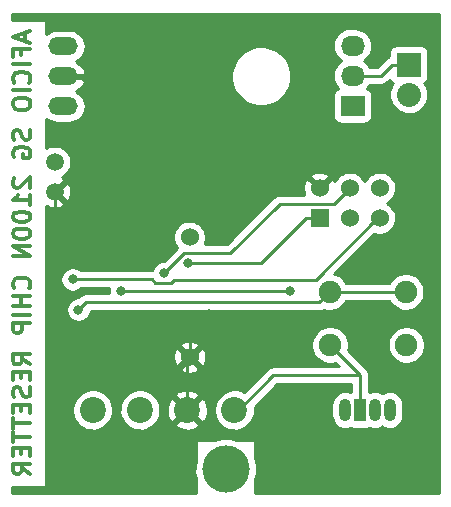
<source format=gbr>
G04 #@! TF.GenerationSoftware,KiCad,Pcbnew,(2017-09-19 revision dddaa7e69)-makepkg*
G04 #@! TF.CreationDate,2017-11-10T02:15:54+01:00*
G04 #@! TF.ProjectId,RICOH_AFICIO_SG_2100N_GEL_CHIP_RESETTER,5249434F485F41464943494F5F53475F,1*
G04 #@! TF.SameCoordinates,Original*
G04 #@! TF.FileFunction,Copper,L2,Bot,Signal*
G04 #@! TF.FilePolarity,Positive*
%FSLAX46Y46*%
G04 Gerber Fmt 4.6, Leading zero omitted, Abs format (unit mm)*
G04 Created by KiCad (PCBNEW (2017-09-19 revision dddaa7e69)-makepkg) date 11/10/17 02:15:54*
%MOMM*%
%LPD*%
G01*
G04 APERTURE LIST*
%ADD10C,0.300000*%
%ADD11C,1.905000*%
%ADD12C,1.501140*%
%ADD13R,1.524000X1.524000*%
%ADD14C,1.524000*%
%ADD15R,2.032000X2.032000*%
%ADD16O,2.032000X2.032000*%
%ADD17R,2.032000X1.727200*%
%ADD18O,2.032000X1.727200*%
%ADD19C,4.000000*%
%ADD20C,2.200000*%
%ADD21O,1.000000X1.900000*%
%ADD22R,1.000000X1.900000*%
%ADD23O,2.499360X1.501140*%
%ADD24C,0.800000*%
%ADD25C,0.254000*%
%ADD26C,0.250000*%
%ADD27C,0.256000*%
G04 APERTURE END LIST*
D10*
X135300000Y-85821428D02*
X135300000Y-86535714D01*
X135728571Y-85678571D02*
X134228571Y-86178571D01*
X135728571Y-86678571D01*
X134942857Y-87678571D02*
X134942857Y-87178571D01*
X135728571Y-87178571D02*
X134228571Y-87178571D01*
X134228571Y-87892857D01*
X135728571Y-88464285D02*
X134228571Y-88464285D01*
X135585714Y-90035714D02*
X135657142Y-89964285D01*
X135728571Y-89750000D01*
X135728571Y-89607142D01*
X135657142Y-89392857D01*
X135514285Y-89250000D01*
X135371428Y-89178571D01*
X135085714Y-89107142D01*
X134871428Y-89107142D01*
X134585714Y-89178571D01*
X134442857Y-89250000D01*
X134300000Y-89392857D01*
X134228571Y-89607142D01*
X134228571Y-89750000D01*
X134300000Y-89964285D01*
X134371428Y-90035714D01*
X135728571Y-90678571D02*
X134228571Y-90678571D01*
X134228571Y-91678571D02*
X134228571Y-91964285D01*
X134300000Y-92107142D01*
X134442857Y-92250000D01*
X134728571Y-92321428D01*
X135228571Y-92321428D01*
X135514285Y-92250000D01*
X135657142Y-92107142D01*
X135728571Y-91964285D01*
X135728571Y-91678571D01*
X135657142Y-91535714D01*
X135514285Y-91392857D01*
X135228571Y-91321428D01*
X134728571Y-91321428D01*
X134442857Y-91392857D01*
X134300000Y-91535714D01*
X134228571Y-91678571D01*
X135657142Y-94035714D02*
X135728571Y-94250000D01*
X135728571Y-94607142D01*
X135657142Y-94750000D01*
X135585714Y-94821428D01*
X135442857Y-94892857D01*
X135300000Y-94892857D01*
X135157142Y-94821428D01*
X135085714Y-94750000D01*
X135014285Y-94607142D01*
X134942857Y-94321428D01*
X134871428Y-94178571D01*
X134800000Y-94107142D01*
X134657142Y-94035714D01*
X134514285Y-94035714D01*
X134371428Y-94107142D01*
X134300000Y-94178571D01*
X134228571Y-94321428D01*
X134228571Y-94678571D01*
X134300000Y-94892857D01*
X134300000Y-96321428D02*
X134228571Y-96178571D01*
X134228571Y-95964285D01*
X134300000Y-95750000D01*
X134442857Y-95607142D01*
X134585714Y-95535714D01*
X134871428Y-95464285D01*
X135085714Y-95464285D01*
X135371428Y-95535714D01*
X135514285Y-95607142D01*
X135657142Y-95750000D01*
X135728571Y-95964285D01*
X135728571Y-96107142D01*
X135657142Y-96321428D01*
X135585714Y-96392857D01*
X135085714Y-96392857D01*
X135085714Y-96107142D01*
X134371428Y-98107142D02*
X134300000Y-98178571D01*
X134228571Y-98321428D01*
X134228571Y-98678571D01*
X134300000Y-98821428D01*
X134371428Y-98892857D01*
X134514285Y-98964285D01*
X134657142Y-98964285D01*
X134871428Y-98892857D01*
X135728571Y-98035714D01*
X135728571Y-98964285D01*
X135728571Y-100392857D02*
X135728571Y-99535714D01*
X135728571Y-99964285D02*
X134228571Y-99964285D01*
X134442857Y-99821428D01*
X134585714Y-99678571D01*
X134657142Y-99535714D01*
X134228571Y-101321428D02*
X134228571Y-101464285D01*
X134300000Y-101607142D01*
X134371428Y-101678571D01*
X134514285Y-101750000D01*
X134800000Y-101821428D01*
X135157142Y-101821428D01*
X135442857Y-101750000D01*
X135585714Y-101678571D01*
X135657142Y-101607142D01*
X135728571Y-101464285D01*
X135728571Y-101321428D01*
X135657142Y-101178571D01*
X135585714Y-101107142D01*
X135442857Y-101035714D01*
X135157142Y-100964285D01*
X134800000Y-100964285D01*
X134514285Y-101035714D01*
X134371428Y-101107142D01*
X134300000Y-101178571D01*
X134228571Y-101321428D01*
X134228571Y-102750000D02*
X134228571Y-102892857D01*
X134300000Y-103035714D01*
X134371428Y-103107142D01*
X134514285Y-103178571D01*
X134800000Y-103250000D01*
X135157142Y-103250000D01*
X135442857Y-103178571D01*
X135585714Y-103107142D01*
X135657142Y-103035714D01*
X135728571Y-102892857D01*
X135728571Y-102750000D01*
X135657142Y-102607142D01*
X135585714Y-102535714D01*
X135442857Y-102464285D01*
X135157142Y-102392857D01*
X134800000Y-102392857D01*
X134514285Y-102464285D01*
X134371428Y-102535714D01*
X134300000Y-102607142D01*
X134228571Y-102750000D01*
X135728571Y-103892857D02*
X134228571Y-103892857D01*
X135728571Y-104750000D01*
X134228571Y-104750000D01*
X135585714Y-107464285D02*
X135657142Y-107392857D01*
X135728571Y-107178571D01*
X135728571Y-107035714D01*
X135657142Y-106821428D01*
X135514285Y-106678571D01*
X135371428Y-106607142D01*
X135085714Y-106535714D01*
X134871428Y-106535714D01*
X134585714Y-106607142D01*
X134442857Y-106678571D01*
X134300000Y-106821428D01*
X134228571Y-107035714D01*
X134228571Y-107178571D01*
X134300000Y-107392857D01*
X134371428Y-107464285D01*
X135728571Y-108107142D02*
X134228571Y-108107142D01*
X134942857Y-108107142D02*
X134942857Y-108964285D01*
X135728571Y-108964285D02*
X134228571Y-108964285D01*
X135728571Y-109678571D02*
X134228571Y-109678571D01*
X135728571Y-110392857D02*
X134228571Y-110392857D01*
X134228571Y-110964285D01*
X134300000Y-111107142D01*
X134371428Y-111178571D01*
X134514285Y-111250000D01*
X134728571Y-111250000D01*
X134871428Y-111178571D01*
X134942857Y-111107142D01*
X135014285Y-110964285D01*
X135014285Y-110392857D01*
X135728571Y-113892857D02*
X135014285Y-113392857D01*
X135728571Y-113035714D02*
X134228571Y-113035714D01*
X134228571Y-113607142D01*
X134300000Y-113750000D01*
X134371428Y-113821428D01*
X134514285Y-113892857D01*
X134728571Y-113892857D01*
X134871428Y-113821428D01*
X134942857Y-113750000D01*
X135014285Y-113607142D01*
X135014285Y-113035714D01*
X134942857Y-114535714D02*
X134942857Y-115035714D01*
X135728571Y-115250000D02*
X135728571Y-114535714D01*
X134228571Y-114535714D01*
X134228571Y-115250000D01*
X135657142Y-115821428D02*
X135728571Y-116035714D01*
X135728571Y-116392857D01*
X135657142Y-116535714D01*
X135585714Y-116607142D01*
X135442857Y-116678571D01*
X135300000Y-116678571D01*
X135157142Y-116607142D01*
X135085714Y-116535714D01*
X135014285Y-116392857D01*
X134942857Y-116107142D01*
X134871428Y-115964285D01*
X134800000Y-115892857D01*
X134657142Y-115821428D01*
X134514285Y-115821428D01*
X134371428Y-115892857D01*
X134300000Y-115964285D01*
X134228571Y-116107142D01*
X134228571Y-116464285D01*
X134300000Y-116678571D01*
X134942857Y-117321428D02*
X134942857Y-117821428D01*
X135728571Y-118035714D02*
X135728571Y-117321428D01*
X134228571Y-117321428D01*
X134228571Y-118035714D01*
X134228571Y-118464285D02*
X134228571Y-119321428D01*
X135728571Y-118892857D02*
X134228571Y-118892857D01*
X134228571Y-119607142D02*
X134228571Y-120464285D01*
X135728571Y-120035714D02*
X134228571Y-120035714D01*
X134942857Y-120964285D02*
X134942857Y-121464285D01*
X135728571Y-121678571D02*
X135728571Y-120964285D01*
X134228571Y-120964285D01*
X134228571Y-121678571D01*
X135728571Y-123178571D02*
X135014285Y-122678571D01*
X135728571Y-122321428D02*
X134228571Y-122321428D01*
X134228571Y-122892857D01*
X134300000Y-123035714D01*
X134371428Y-123107142D01*
X134514285Y-123178571D01*
X134728571Y-123178571D01*
X134871428Y-123107142D01*
X134942857Y-123035714D01*
X135014285Y-122892857D01*
X135014285Y-122321428D01*
D11*
X167498660Y-107752100D03*
X161052140Y-107752100D03*
X167549460Y-112247900D03*
X161100400Y-112247900D03*
D12*
X137800000Y-96760000D03*
X137800000Y-99300000D03*
D13*
X160210000Y-101520000D03*
D14*
X160210000Y-98980000D03*
X162750000Y-101520000D03*
X162750000Y-98980000D03*
X165290000Y-101520000D03*
X165290000Y-98980000D03*
X149200000Y-113280000D03*
X149200000Y-103120000D03*
D15*
X167750000Y-88500000D03*
D16*
X167750000Y-91040000D03*
D17*
X163000000Y-92000000D03*
D18*
X163000000Y-89460000D03*
X163000000Y-86920000D03*
D19*
X152250000Y-122750000D03*
D20*
X141000000Y-117750000D03*
X145000000Y-117750000D03*
X149000000Y-117750000D03*
X153000000Y-117750000D03*
D21*
X162350000Y-117750000D03*
D22*
X163620000Y-117750000D03*
D21*
X164890000Y-117750000D03*
X166160000Y-117750000D03*
D23*
X138500000Y-89500000D03*
X138500000Y-86960000D03*
X138500000Y-92040000D03*
D24*
X139781900Y-109253700D03*
X150845800Y-109584500D03*
X149106300Y-105318700D03*
X147052900Y-106148900D03*
X139300000Y-106700000D03*
X143400000Y-107700000D03*
X157700000Y-107700000D03*
D25*
X160184700Y-108619500D02*
X161052100Y-107752100D01*
X160184700Y-108619500D02*
X140416100Y-108619500D01*
X140416100Y-108619500D02*
X139781900Y-109253700D01*
X167498700Y-107752100D02*
X161052100Y-107752100D01*
X153000000Y-117750000D02*
X153350000Y-117750000D01*
X153350000Y-117750000D02*
X156300000Y-114800000D01*
X156300000Y-114800000D02*
X163620000Y-114800000D01*
X163620000Y-117750000D02*
X163620000Y-114800000D01*
X163620000Y-114800000D02*
X163620000Y-114767500D01*
X163620000Y-114767500D02*
X161100400Y-112247900D01*
D26*
X138500000Y-89500000D02*
X139900000Y-89500000D01*
X139900000Y-89500000D02*
X140600000Y-90200000D01*
X140600000Y-90200000D02*
X140600000Y-96500000D01*
X140600000Y-96500000D02*
X138550569Y-98549431D01*
X138550569Y-98549431D02*
X137800000Y-99300000D01*
D25*
X139200000Y-110300000D02*
X137800000Y-108900000D01*
X137800000Y-99300000D02*
X137800000Y-108900000D01*
X139200000Y-110300000D02*
X149200000Y-110300000D01*
X138500000Y-89500000D02*
X138424500Y-89500000D01*
X149915500Y-109584500D02*
X149200000Y-110300000D01*
X150845800Y-109584500D02*
X149915500Y-109584500D01*
X149200000Y-110300000D02*
X149200000Y-110300000D01*
X149000000Y-113480000D02*
X149200000Y-113280000D01*
X149000000Y-117750000D02*
X149000000Y-113480000D01*
X149200000Y-110300000D02*
X149200000Y-113280000D01*
X160210000Y-101520000D02*
X159066700Y-101520000D01*
X155268000Y-105318700D02*
X149106300Y-105318700D01*
X159066700Y-101520000D02*
X155268000Y-105318700D01*
X148740100Y-104461700D02*
X147052900Y-106148900D01*
X152651100Y-104461700D02*
X148740100Y-104461700D01*
X156836200Y-100276600D02*
X152651100Y-104461700D01*
X161453400Y-100276600D02*
X156836200Y-100276600D01*
X162750000Y-98980000D02*
X161453400Y-100276600D01*
X165290000Y-101520000D02*
X165080000Y-101520000D01*
X165080000Y-101520000D02*
X159879500Y-106720500D01*
X159879500Y-106720500D02*
X147879500Y-106720500D01*
X147879500Y-106720500D02*
X147597200Y-107002800D01*
X147597200Y-107002800D02*
X146306400Y-107002800D01*
X146306400Y-107002800D02*
X146003600Y-106700000D01*
X146003600Y-106700000D02*
X139865685Y-106700000D01*
X139865685Y-106700000D02*
X139300000Y-106700000D01*
X157700000Y-107700000D02*
X143400000Y-107700000D01*
X165392700Y-89460000D02*
X166352700Y-88500000D01*
X163000000Y-89460000D02*
X165392700Y-89460000D01*
X167750000Y-88500000D02*
X166352700Y-88500000D01*
D27*
G36*
X170314000Y-124814000D02*
X154728000Y-124814000D01*
X154728000Y-123665450D01*
X154763339Y-123586077D01*
X154877868Y-123081977D01*
X154886113Y-122491527D01*
X154785704Y-121984426D01*
X154728000Y-121844426D01*
X154728000Y-120400000D01*
X154718257Y-120351017D01*
X154690510Y-120309490D01*
X154648983Y-120281743D01*
X154600000Y-120272000D01*
X153157668Y-120272000D01*
X153033258Y-120219703D01*
X152526870Y-120115756D01*
X152009937Y-120112147D01*
X151502147Y-120209013D01*
X151346249Y-120272000D01*
X149900000Y-120272000D01*
X149851017Y-120281743D01*
X149809490Y-120309490D01*
X149781743Y-120351017D01*
X149772000Y-120400000D01*
X149772000Y-121839979D01*
X149725232Y-121949097D01*
X149617753Y-122454746D01*
X149610536Y-122971642D01*
X149703854Y-123480096D01*
X149772000Y-123652213D01*
X149772000Y-124814000D01*
X134186000Y-124814000D01*
X134186000Y-124250285D01*
X137081000Y-124250285D01*
X137081000Y-117895968D01*
X139261718Y-117895968D01*
X139323175Y-118230822D01*
X139448502Y-118547362D01*
X139632925Y-118833530D01*
X139869420Y-119078427D01*
X140148978Y-119272725D01*
X140460951Y-119409023D01*
X140793456Y-119482129D01*
X141133829Y-119489259D01*
X141469104Y-119430141D01*
X141786511Y-119307027D01*
X142073960Y-119124606D01*
X142320502Y-118889827D01*
X142516747Y-118611632D01*
X142655219Y-118300618D01*
X142730645Y-117968631D01*
X142731659Y-117895968D01*
X143261718Y-117895968D01*
X143323175Y-118230822D01*
X143448502Y-118547362D01*
X143632925Y-118833530D01*
X143869420Y-119078427D01*
X144148978Y-119272725D01*
X144460951Y-119409023D01*
X144793456Y-119482129D01*
X145133829Y-119489259D01*
X145469104Y-119430141D01*
X145786511Y-119307027D01*
X146073960Y-119124606D01*
X146250387Y-118956596D01*
X147971595Y-118956596D01*
X148079282Y-119231623D01*
X148386023Y-119382777D01*
X148716360Y-119471185D01*
X149057597Y-119493448D01*
X149396620Y-119448712D01*
X149720401Y-119338694D01*
X149920718Y-119231623D01*
X150028405Y-118956596D01*
X149000000Y-117928191D01*
X147971595Y-118956596D01*
X146250387Y-118956596D01*
X146320502Y-118889827D01*
X146516747Y-118611632D01*
X146655219Y-118300618D01*
X146730645Y-117968631D01*
X146732893Y-117807597D01*
X147256552Y-117807597D01*
X147301288Y-118146620D01*
X147411306Y-118470401D01*
X147518377Y-118670718D01*
X147793404Y-118778405D01*
X148821809Y-117750000D01*
X149178191Y-117750000D01*
X150206596Y-118778405D01*
X150481623Y-118670718D01*
X150632777Y-118363977D01*
X150721185Y-118033640D01*
X150730167Y-117895968D01*
X151261718Y-117895968D01*
X151323175Y-118230822D01*
X151448502Y-118547362D01*
X151632925Y-118833530D01*
X151869420Y-119078427D01*
X152148978Y-119272725D01*
X152460951Y-119409023D01*
X152793456Y-119482129D01*
X153133829Y-119489259D01*
X153469104Y-119430141D01*
X153786511Y-119307027D01*
X154073960Y-119124606D01*
X154320502Y-118889827D01*
X154516747Y-118611632D01*
X154655219Y-118300618D01*
X154730645Y-117968631D01*
X154736075Y-117579776D01*
X154713463Y-117465581D01*
X156616044Y-115563000D01*
X162857000Y-115563000D01*
X162857000Y-116219424D01*
X162799547Y-116250133D01*
X162790218Y-116245089D01*
X162578425Y-116179529D01*
X162357931Y-116156354D01*
X162137135Y-116176448D01*
X161924447Y-116239045D01*
X161727968Y-116341762D01*
X161555182Y-116480685D01*
X161412671Y-116650523D01*
X161305862Y-116844808D01*
X161238824Y-117056138D01*
X161214111Y-117276465D01*
X161214000Y-117292326D01*
X161214000Y-118207674D01*
X161235635Y-118428324D01*
X161299716Y-118640570D01*
X161403801Y-118836327D01*
X161543928Y-119008138D01*
X161714757Y-119149461D01*
X161909782Y-119254911D01*
X162121575Y-119320471D01*
X162342069Y-119343646D01*
X162562865Y-119323552D01*
X162775553Y-119260955D01*
X162798171Y-119249131D01*
X162875436Y-119290430D01*
X162995322Y-119326797D01*
X163120000Y-119339077D01*
X164120000Y-119339077D01*
X164244678Y-119326797D01*
X164364564Y-119290430D01*
X164440453Y-119249867D01*
X164449782Y-119254911D01*
X164661575Y-119320471D01*
X164882069Y-119343646D01*
X165102865Y-119323552D01*
X165315553Y-119260955D01*
X165512032Y-119158238D01*
X165523866Y-119148724D01*
X165524757Y-119149461D01*
X165719782Y-119254911D01*
X165931575Y-119320471D01*
X166152069Y-119343646D01*
X166372865Y-119323552D01*
X166585553Y-119260955D01*
X166782032Y-119158238D01*
X166954818Y-119019315D01*
X167097329Y-118849477D01*
X167204138Y-118655192D01*
X167271176Y-118443862D01*
X167295889Y-118223535D01*
X167296000Y-118207674D01*
X167296000Y-117292326D01*
X167274365Y-117071676D01*
X167210284Y-116859430D01*
X167106199Y-116663673D01*
X166966072Y-116491862D01*
X166795243Y-116350539D01*
X166600218Y-116245089D01*
X166388425Y-116179529D01*
X166167931Y-116156354D01*
X165947135Y-116176448D01*
X165734447Y-116239045D01*
X165537968Y-116341762D01*
X165526134Y-116351276D01*
X165525243Y-116350539D01*
X165330218Y-116245089D01*
X165118425Y-116179529D01*
X164897931Y-116156354D01*
X164677135Y-116176448D01*
X164464447Y-116239045D01*
X164441829Y-116250869D01*
X164383000Y-116219424D01*
X164383000Y-114767500D01*
X164376122Y-114697356D01*
X164369980Y-114627145D01*
X164368860Y-114623292D01*
X164368469Y-114619299D01*
X164348085Y-114551783D01*
X164328434Y-114484146D01*
X164326590Y-114480589D01*
X164325429Y-114476743D01*
X164292328Y-114414489D01*
X164259906Y-114351940D01*
X164257402Y-114348803D01*
X164255519Y-114345262D01*
X164211016Y-114290696D01*
X164167003Y-114235562D01*
X164161492Y-114229975D01*
X164161402Y-114229864D01*
X164161299Y-114229779D01*
X164159522Y-114227977D01*
X162627627Y-112696083D01*
X162684000Y-112447955D01*
X162684928Y-112381465D01*
X165958872Y-112381465D01*
X166015108Y-112687868D01*
X166129786Y-112977513D01*
X166298539Y-113239367D01*
X166514940Y-113463457D01*
X166770745Y-113641246D01*
X167056211Y-113765963D01*
X167360465Y-113832858D01*
X167671918Y-113839382D01*
X167978706Y-113785287D01*
X168269144Y-113672633D01*
X168532170Y-113505712D01*
X168757765Y-113290881D01*
X168937336Y-113036323D01*
X169064043Y-112751735D01*
X169133060Y-112447955D01*
X169138028Y-112092140D01*
X169077520Y-111786551D01*
X168958809Y-111498536D01*
X168786416Y-111239064D01*
X168566907Y-111018018D01*
X168308645Y-110843817D01*
X168021465Y-110723098D01*
X167716307Y-110660458D01*
X167404794Y-110658283D01*
X167098791Y-110716656D01*
X166809953Y-110833354D01*
X166549284Y-111003932D01*
X166326711Y-111221891D01*
X166150712Y-111478932D01*
X166027990Y-111765261D01*
X165963222Y-112069975D01*
X165958872Y-112381465D01*
X162684928Y-112381465D01*
X162688968Y-112092140D01*
X162628460Y-111786551D01*
X162509749Y-111498536D01*
X162337356Y-111239064D01*
X162117847Y-111018018D01*
X161859585Y-110843817D01*
X161572405Y-110723098D01*
X161267247Y-110660458D01*
X160955734Y-110658283D01*
X160649731Y-110716656D01*
X160360893Y-110833354D01*
X160100224Y-111003932D01*
X159877651Y-111221891D01*
X159701652Y-111478932D01*
X159578930Y-111765261D01*
X159514162Y-112069975D01*
X159509812Y-112381465D01*
X159566048Y-112687868D01*
X159680726Y-112977513D01*
X159849479Y-113239367D01*
X160065880Y-113463457D01*
X160321685Y-113641246D01*
X160607151Y-113765963D01*
X160911405Y-113832858D01*
X161222858Y-113839382D01*
X161529646Y-113785287D01*
X161550611Y-113777155D01*
X161810456Y-114037000D01*
X156300000Y-114037000D01*
X156229856Y-114043878D01*
X156159645Y-114050020D01*
X156155792Y-114051140D01*
X156151799Y-114051531D01*
X156084316Y-114071905D01*
X156016647Y-114091565D01*
X156013086Y-114093411D01*
X156009243Y-114094571D01*
X155947006Y-114127663D01*
X155884440Y-114160094D01*
X155881303Y-114162598D01*
X155877762Y-114164481D01*
X155823172Y-114209004D01*
X155768063Y-114252997D01*
X155762480Y-114258503D01*
X155762364Y-114258598D01*
X155762275Y-114258706D01*
X155760478Y-114260478D01*
X153812596Y-116208360D01*
X153515833Y-116083612D01*
X153182339Y-116015156D01*
X152841901Y-116012779D01*
X152507484Y-116076573D01*
X152191826Y-116204106D01*
X151906952Y-116390523D01*
X151663712Y-116628721D01*
X151471371Y-116909629D01*
X151337254Y-117222546D01*
X151266471Y-117555554D01*
X151261718Y-117895968D01*
X150730167Y-117895968D01*
X150743448Y-117692403D01*
X150698712Y-117353380D01*
X150588694Y-117029599D01*
X150481623Y-116829282D01*
X150206596Y-116721595D01*
X149178191Y-117750000D01*
X148821809Y-117750000D01*
X147793404Y-116721595D01*
X147518377Y-116829282D01*
X147367223Y-117136023D01*
X147278815Y-117466360D01*
X147256552Y-117807597D01*
X146732893Y-117807597D01*
X146736075Y-117579776D01*
X146669948Y-117245813D01*
X146540214Y-116931054D01*
X146351813Y-116647488D01*
X146248453Y-116543404D01*
X147971595Y-116543404D01*
X149000000Y-117571809D01*
X150028405Y-116543404D01*
X149920718Y-116268377D01*
X149613977Y-116117223D01*
X149283640Y-116028815D01*
X148942403Y-116006552D01*
X148603380Y-116051288D01*
X148279599Y-116161306D01*
X148079282Y-116268377D01*
X147971595Y-116543404D01*
X146248453Y-116543404D01*
X146111922Y-116405917D01*
X145829679Y-116215541D01*
X145515833Y-116083612D01*
X145182339Y-116015156D01*
X144841901Y-116012779D01*
X144507484Y-116076573D01*
X144191826Y-116204106D01*
X143906952Y-116390523D01*
X143663712Y-116628721D01*
X143471371Y-116909629D01*
X143337254Y-117222546D01*
X143266471Y-117555554D01*
X143261718Y-117895968D01*
X142731659Y-117895968D01*
X142736075Y-117579776D01*
X142669948Y-117245813D01*
X142540214Y-116931054D01*
X142351813Y-116647488D01*
X142111922Y-116405917D01*
X141829679Y-116215541D01*
X141515833Y-116083612D01*
X141182339Y-116015156D01*
X140841901Y-116012779D01*
X140507484Y-116076573D01*
X140191826Y-116204106D01*
X139906952Y-116390523D01*
X139663712Y-116628721D01*
X139471371Y-116909629D01*
X139337254Y-117222546D01*
X139266471Y-117555554D01*
X139261718Y-117895968D01*
X137081000Y-117895968D01*
X137081000Y-114245467D01*
X148412724Y-114245467D01*
X148479565Y-114485959D01*
X148728679Y-114603337D01*
X148995905Y-114669859D01*
X149270975Y-114682971D01*
X149543317Y-114642166D01*
X149802466Y-114549015D01*
X149920435Y-114485959D01*
X149987276Y-114245467D01*
X149200000Y-113458191D01*
X148412724Y-114245467D01*
X137081000Y-114245467D01*
X137081000Y-113350975D01*
X147797029Y-113350975D01*
X147837834Y-113623317D01*
X147930985Y-113882466D01*
X147994041Y-114000435D01*
X148234533Y-114067276D01*
X149021809Y-113280000D01*
X149378191Y-113280000D01*
X150165467Y-114067276D01*
X150405959Y-114000435D01*
X150523337Y-113751321D01*
X150589859Y-113484095D01*
X150602971Y-113209025D01*
X150562166Y-112936683D01*
X150469015Y-112677534D01*
X150405959Y-112559565D01*
X150165467Y-112492724D01*
X149378191Y-113280000D01*
X149021809Y-113280000D01*
X148234533Y-112492724D01*
X147994041Y-112559565D01*
X147876663Y-112808679D01*
X147810141Y-113075905D01*
X147797029Y-113350975D01*
X137081000Y-113350975D01*
X137081000Y-112314533D01*
X148412724Y-112314533D01*
X149200000Y-113101809D01*
X149987276Y-112314533D01*
X149920435Y-112074041D01*
X149671321Y-111956663D01*
X149404095Y-111890141D01*
X149129025Y-111877029D01*
X148856683Y-111917834D01*
X148597534Y-112010985D01*
X148479565Y-112074041D01*
X148412724Y-112314533D01*
X137081000Y-112314533D01*
X137081000Y-106787110D01*
X138262638Y-106787110D01*
X138299314Y-106986942D01*
X138374106Y-107175845D01*
X138484165Y-107346623D01*
X138625299Y-107492771D01*
X138792132Y-107608723D01*
X138978309Y-107690062D01*
X139176740Y-107733690D01*
X139379866Y-107737945D01*
X139579949Y-107702665D01*
X139769369Y-107629193D01*
X139940912Y-107520329D01*
X140001113Y-107463000D01*
X142391185Y-107463000D01*
X142365475Y-107583959D01*
X142362638Y-107787110D01*
X142375373Y-107856500D01*
X140416100Y-107856500D01*
X140345956Y-107863378D01*
X140275745Y-107869520D01*
X140271892Y-107870640D01*
X140267899Y-107871031D01*
X140200416Y-107891405D01*
X140132747Y-107911065D01*
X140129186Y-107912911D01*
X140125343Y-107914071D01*
X140063106Y-107947163D01*
X140000540Y-107979594D01*
X139997403Y-107982098D01*
X139993862Y-107983981D01*
X139939296Y-108028484D01*
X139884162Y-108072497D01*
X139878575Y-108078008D01*
X139878464Y-108078098D01*
X139878379Y-108078201D01*
X139876577Y-108079978D01*
X139739223Y-108217332D01*
X139687550Y-108216971D01*
X139487979Y-108255042D01*
X139299603Y-108331151D01*
X139129597Y-108442399D01*
X138984438Y-108584550D01*
X138869653Y-108752188D01*
X138789616Y-108938929D01*
X138747375Y-109137659D01*
X138744538Y-109340810D01*
X138781214Y-109540642D01*
X138856006Y-109729545D01*
X138966065Y-109900323D01*
X139107199Y-110046471D01*
X139274032Y-110162423D01*
X139460209Y-110243762D01*
X139658640Y-110287390D01*
X139861766Y-110291645D01*
X140061849Y-110256365D01*
X140251269Y-110182893D01*
X140422812Y-110074029D01*
X140569942Y-109933919D01*
X140687056Y-109767900D01*
X140769692Y-109582295D01*
X140814704Y-109384174D01*
X140814727Y-109382500D01*
X160184700Y-109382500D01*
X160254844Y-109375622D01*
X160325055Y-109369480D01*
X160328908Y-109368360D01*
X160332901Y-109367969D01*
X160400384Y-109347595D01*
X160468053Y-109327935D01*
X160471614Y-109326089D01*
X160475457Y-109324929D01*
X160537694Y-109291837D01*
X160573367Y-109273346D01*
X160863145Y-109337058D01*
X161174598Y-109343582D01*
X161481386Y-109289487D01*
X161771824Y-109176833D01*
X162034850Y-109009912D01*
X162260445Y-108795081D01*
X162440016Y-108540523D01*
X162451335Y-108515100D01*
X166100502Y-108515100D01*
X166247739Y-108743567D01*
X166464140Y-108967657D01*
X166719945Y-109145446D01*
X167005411Y-109270163D01*
X167309665Y-109337058D01*
X167621118Y-109343582D01*
X167927906Y-109289487D01*
X168218344Y-109176833D01*
X168481370Y-109009912D01*
X168706965Y-108795081D01*
X168886536Y-108540523D01*
X169013243Y-108255935D01*
X169082260Y-107952155D01*
X169087228Y-107596340D01*
X169026720Y-107290751D01*
X168908009Y-107002736D01*
X168735616Y-106743264D01*
X168516107Y-106522218D01*
X168257845Y-106348017D01*
X167970665Y-106227298D01*
X167665507Y-106164658D01*
X167353994Y-106162483D01*
X167047991Y-106220856D01*
X166759153Y-106337554D01*
X166498484Y-106508132D01*
X166275911Y-106726091D01*
X166099912Y-106983132D01*
X166097354Y-106989100D01*
X162452429Y-106989100D01*
X162289096Y-106743264D01*
X162069587Y-106522218D01*
X161811325Y-106348017D01*
X161524145Y-106227298D01*
X161464077Y-106214968D01*
X164833029Y-102846016D01*
X164855904Y-102856010D01*
X165123670Y-102914882D01*
X165397772Y-102920624D01*
X165667769Y-102873016D01*
X165923377Y-102773872D01*
X166154859Y-102626969D01*
X166353399Y-102437902D01*
X166511435Y-102213872D01*
X166622947Y-101963412D01*
X166683687Y-101696064D01*
X166688060Y-101382919D01*
X166634808Y-101113979D01*
X166530333Y-100860503D01*
X166378614Y-100632148D01*
X166185430Y-100437611D01*
X165958140Y-100284301D01*
X165879063Y-100251060D01*
X165923377Y-100233872D01*
X166154859Y-100086969D01*
X166353399Y-99897902D01*
X166511435Y-99673872D01*
X166622947Y-99423412D01*
X166683687Y-99156064D01*
X166688060Y-98842919D01*
X166634808Y-98573979D01*
X166530333Y-98320503D01*
X166378614Y-98092148D01*
X166185430Y-97897611D01*
X165958140Y-97744301D01*
X165705400Y-97638059D01*
X165436838Y-97582931D01*
X165162683Y-97581017D01*
X164893377Y-97632390D01*
X164639178Y-97735093D01*
X164409770Y-97885214D01*
X164213888Y-98077035D01*
X164058996Y-98303250D01*
X164020368Y-98393375D01*
X163990333Y-98320503D01*
X163838614Y-98092148D01*
X163645430Y-97897611D01*
X163418140Y-97744301D01*
X163165400Y-97638059D01*
X162896838Y-97582931D01*
X162622683Y-97581017D01*
X162353377Y-97632390D01*
X162099178Y-97735093D01*
X161869770Y-97885214D01*
X161673888Y-98077035D01*
X161518996Y-98303250D01*
X161482729Y-98387867D01*
X161479015Y-98377534D01*
X161415959Y-98259565D01*
X161175467Y-98192724D01*
X160388191Y-98980000D01*
X160402333Y-98994142D01*
X160224142Y-99172333D01*
X160210000Y-99158191D01*
X160195858Y-99172333D01*
X160017667Y-98994142D01*
X160031809Y-98980000D01*
X159244533Y-98192724D01*
X159004041Y-98259565D01*
X158886663Y-98508679D01*
X158820141Y-98775905D01*
X158807029Y-99050975D01*
X158847834Y-99323317D01*
X158916231Y-99513600D01*
X156836200Y-99513600D01*
X156766056Y-99520478D01*
X156695845Y-99526620D01*
X156691992Y-99527740D01*
X156687999Y-99528131D01*
X156620516Y-99548505D01*
X156552847Y-99568165D01*
X156549286Y-99570011D01*
X156545443Y-99571171D01*
X156483206Y-99604263D01*
X156420640Y-99636694D01*
X156417503Y-99639198D01*
X156413962Y-99641081D01*
X156359372Y-99685604D01*
X156304263Y-99729597D01*
X156298676Y-99735107D01*
X156298564Y-99735198D01*
X156298478Y-99735302D01*
X156296677Y-99737078D01*
X152335056Y-103698700D01*
X150472713Y-103698700D01*
X150532947Y-103563412D01*
X150593687Y-103296064D01*
X150598060Y-102982919D01*
X150544808Y-102713979D01*
X150440333Y-102460503D01*
X150288614Y-102232148D01*
X150095430Y-102037611D01*
X149868140Y-101884301D01*
X149615400Y-101778059D01*
X149346838Y-101722931D01*
X149072683Y-101721017D01*
X148803377Y-101772390D01*
X148549178Y-101875093D01*
X148319770Y-102025214D01*
X148123888Y-102217035D01*
X147968996Y-102443250D01*
X147860992Y-102695242D01*
X147803991Y-102963412D01*
X147800163Y-103237548D01*
X147849654Y-103507205D01*
X147950580Y-103762115D01*
X148099096Y-103992566D01*
X148114371Y-104008384D01*
X147010224Y-105112532D01*
X146958550Y-105112171D01*
X146758979Y-105150242D01*
X146570603Y-105226351D01*
X146400597Y-105337599D01*
X146255438Y-105479750D01*
X146140653Y-105647388D01*
X146060616Y-105834129D01*
X146038164Y-105939756D01*
X146014253Y-105937074D01*
X146006406Y-105937019D01*
X146006263Y-105937005D01*
X146006130Y-105937018D01*
X146003600Y-105937000D01*
X140002409Y-105937000D01*
X139963567Y-105897886D01*
X139795131Y-105784274D01*
X139607836Y-105705543D01*
X139408815Y-105664690D01*
X139205650Y-105663271D01*
X139006079Y-105701342D01*
X138817703Y-105777451D01*
X138647697Y-105888699D01*
X138502538Y-106030850D01*
X138387753Y-106198488D01*
X138307716Y-106385229D01*
X138265475Y-106583959D01*
X138262638Y-106787110D01*
X137081000Y-106787110D01*
X137081000Y-100477093D01*
X137086343Y-100496629D01*
X137333507Y-100612863D01*
X137598597Y-100678645D01*
X137871427Y-100691447D01*
X138141512Y-100650775D01*
X138398473Y-100558195D01*
X138513657Y-100496629D01*
X138579112Y-100257303D01*
X137800000Y-99478191D01*
X137785858Y-99492333D01*
X137607667Y-99314142D01*
X137621809Y-99300000D01*
X137978191Y-99300000D01*
X138757303Y-100079112D01*
X138996629Y-100013657D01*
X139112863Y-99766493D01*
X139178645Y-99501403D01*
X139191447Y-99228573D01*
X139150775Y-98958488D01*
X139058195Y-98701527D01*
X138996629Y-98586343D01*
X138757303Y-98520888D01*
X137978191Y-99300000D01*
X137621809Y-99300000D01*
X137607667Y-99285858D01*
X137785858Y-99107667D01*
X137800000Y-99121809D01*
X138579112Y-98342697D01*
X138513657Y-98103371D01*
X138358791Y-98030542D01*
X138400064Y-98014533D01*
X159422724Y-98014533D01*
X160210000Y-98801809D01*
X160997276Y-98014533D01*
X160930435Y-97774041D01*
X160681321Y-97656663D01*
X160414095Y-97590141D01*
X160139025Y-97577029D01*
X159866683Y-97617834D01*
X159607534Y-97710985D01*
X159489565Y-97774041D01*
X159422724Y-98014533D01*
X138400064Y-98014533D01*
X138428198Y-98003621D01*
X138657788Y-97857919D01*
X138854705Y-97670397D01*
X139011449Y-97448199D01*
X139122049Y-97199787D01*
X139182293Y-96934624D01*
X139186629Y-96624040D01*
X139133813Y-96357298D01*
X139030192Y-96105895D01*
X138879714Y-95879407D01*
X138688109Y-95686460D01*
X138462677Y-95534404D01*
X138212004Y-95429031D01*
X137945637Y-95374354D01*
X137673724Y-95372455D01*
X137406620Y-95423408D01*
X137154499Y-95525271D01*
X137081000Y-95573368D01*
X137081000Y-93077176D01*
X137208400Y-93184078D01*
X137445538Y-93314445D01*
X137703482Y-93396270D01*
X137972406Y-93426435D01*
X137991766Y-93426570D01*
X139008234Y-93426570D01*
X139277554Y-93400163D01*
X139536615Y-93321948D01*
X139775550Y-93194904D01*
X139985259Y-93023869D01*
X140157753Y-92815360D01*
X140286462Y-92577317D01*
X140366484Y-92318809D01*
X140394770Y-92049680D01*
X140370244Y-91780183D01*
X140293839Y-91520582D01*
X140168466Y-91280765D01*
X139998900Y-91069868D01*
X139791600Y-90895922D01*
X139559084Y-90768096D01*
X139646136Y-90732806D01*
X139874212Y-90582889D01*
X140068658Y-90391358D01*
X140222002Y-90165572D01*
X140328351Y-89914209D01*
X140343232Y-89840459D01*
X140270239Y-89713227D01*
X152724747Y-89713227D01*
X152814523Y-90202376D01*
X152997598Y-90664772D01*
X153267000Y-91082803D01*
X153612467Y-91440544D01*
X154020841Y-91724371D01*
X154476566Y-91923473D01*
X154962284Y-92030265D01*
X155459495Y-92040680D01*
X155949259Y-91954321D01*
X156412922Y-91774478D01*
X156832822Y-91508001D01*
X157192967Y-91165040D01*
X157479638Y-90758658D01*
X157681916Y-90304334D01*
X157792097Y-89819373D01*
X157800029Y-89251340D01*
X157703432Y-88763492D01*
X157513918Y-88303697D01*
X157238706Y-87889469D01*
X156888277Y-87536586D01*
X156475981Y-87258488D01*
X156017520Y-87065769D01*
X155530358Y-86965769D01*
X155033051Y-86962297D01*
X154544540Y-87055486D01*
X154083434Y-87241785D01*
X153667294Y-87514099D01*
X153311973Y-87862055D01*
X153031004Y-88272400D01*
X152835089Y-88729504D01*
X152731691Y-89215956D01*
X152724747Y-89713227D01*
X140270239Y-89713227D01*
X140220196Y-89626000D01*
X138626000Y-89626000D01*
X138626000Y-89646000D01*
X138374000Y-89646000D01*
X138374000Y-89626000D01*
X138354000Y-89626000D01*
X138354000Y-89374000D01*
X138374000Y-89374000D01*
X138374000Y-89354000D01*
X138626000Y-89354000D01*
X138626000Y-89374000D01*
X140220196Y-89374000D01*
X140343232Y-89159541D01*
X140328351Y-89085791D01*
X140222002Y-88834428D01*
X140068658Y-88608642D01*
X139874212Y-88417111D01*
X139646136Y-88267194D01*
X139557053Y-88231081D01*
X139775550Y-88114904D01*
X139985259Y-87943869D01*
X140157753Y-87735360D01*
X140286462Y-87497317D01*
X140366484Y-87238809D01*
X140394770Y-86969680D01*
X140389297Y-86909531D01*
X161340044Y-86909531D01*
X161366569Y-87200997D01*
X161449202Y-87481760D01*
X161584795Y-87741126D01*
X161768184Y-87969215D01*
X161992382Y-88157340D01*
X162050489Y-88189285D01*
X162009741Y-88210951D01*
X161782938Y-88395928D01*
X161596382Y-88621434D01*
X161457181Y-88878882D01*
X161370636Y-89158464D01*
X161340044Y-89449531D01*
X161366569Y-89740997D01*
X161449202Y-90021760D01*
X161584795Y-90281126D01*
X161768184Y-90509215D01*
X161792723Y-90529806D01*
X161739436Y-90545970D01*
X161628948Y-90605027D01*
X161532104Y-90684504D01*
X161452627Y-90781348D01*
X161393570Y-90891836D01*
X161357203Y-91011722D01*
X161344923Y-91136400D01*
X161344923Y-92863600D01*
X161357203Y-92988278D01*
X161393570Y-93108164D01*
X161452627Y-93218652D01*
X161532104Y-93315496D01*
X161628948Y-93394973D01*
X161739436Y-93454030D01*
X161859322Y-93490397D01*
X161984000Y-93502677D01*
X164016000Y-93502677D01*
X164140678Y-93490397D01*
X164260564Y-93454030D01*
X164371052Y-93394973D01*
X164467896Y-93315496D01*
X164547373Y-93218652D01*
X164606430Y-93108164D01*
X164642797Y-92988278D01*
X164655077Y-92863600D01*
X164655077Y-91136400D01*
X164642797Y-91011722D01*
X164606430Y-90891836D01*
X164547373Y-90781348D01*
X164467896Y-90684504D01*
X164371052Y-90605027D01*
X164260564Y-90545970D01*
X164209285Y-90530415D01*
X164217062Y-90524072D01*
X164403618Y-90298566D01*
X164444476Y-90223000D01*
X165392700Y-90223000D01*
X165462844Y-90216122D01*
X165533055Y-90209980D01*
X165536908Y-90208860D01*
X165540901Y-90208469D01*
X165608384Y-90188095D01*
X165676053Y-90168435D01*
X165679614Y-90166589D01*
X165683457Y-90165429D01*
X165745694Y-90132337D01*
X165808260Y-90099906D01*
X165811397Y-90097402D01*
X165814938Y-90095519D01*
X165869528Y-90050996D01*
X165924637Y-90007003D01*
X165930220Y-90001497D01*
X165930336Y-90001402D01*
X165930425Y-90001294D01*
X165932222Y-89999522D01*
X166153187Y-89778557D01*
X166202627Y-89871052D01*
X166282104Y-89967896D01*
X166378948Y-90047373D01*
X166413922Y-90066067D01*
X166372437Y-90116213D01*
X166219089Y-90399824D01*
X166123749Y-90707819D01*
X166090047Y-91028467D01*
X166119268Y-91349554D01*
X166210299Y-91658850D01*
X166359672Y-91944574D01*
X166561698Y-92195844D01*
X166808682Y-92403087D01*
X167091215Y-92558412D01*
X167398537Y-92655900D01*
X167718941Y-92691839D01*
X167742007Y-92692000D01*
X167757993Y-92692000D01*
X168078868Y-92660538D01*
X168387521Y-92567350D01*
X168672196Y-92415986D01*
X168922049Y-92212211D01*
X169127563Y-91963787D01*
X169280911Y-91680176D01*
X169376251Y-91372181D01*
X169409953Y-91051533D01*
X169380732Y-90730446D01*
X169289701Y-90421150D01*
X169140328Y-90135426D01*
X169085018Y-90066634D01*
X169121052Y-90047373D01*
X169217896Y-89967896D01*
X169297373Y-89871052D01*
X169356430Y-89760564D01*
X169392797Y-89640678D01*
X169405077Y-89516000D01*
X169405077Y-87484000D01*
X169392797Y-87359322D01*
X169356430Y-87239436D01*
X169297373Y-87128948D01*
X169217896Y-87032104D01*
X169121052Y-86952627D01*
X169010564Y-86893570D01*
X168890678Y-86857203D01*
X168766000Y-86844923D01*
X166734000Y-86844923D01*
X166609322Y-86857203D01*
X166489436Y-86893570D01*
X166378948Y-86952627D01*
X166282104Y-87032104D01*
X166202627Y-87128948D01*
X166143570Y-87239436D01*
X166107203Y-87359322D01*
X166094923Y-87484000D01*
X166094923Y-87784134D01*
X166069347Y-87791565D01*
X166065786Y-87793411D01*
X166061943Y-87794571D01*
X165999706Y-87827663D01*
X165937140Y-87860094D01*
X165934003Y-87862598D01*
X165930462Y-87864481D01*
X165875872Y-87909004D01*
X165820763Y-87952997D01*
X165815180Y-87958503D01*
X165815064Y-87958598D01*
X165814975Y-87958706D01*
X165813178Y-87960478D01*
X165076656Y-88697000D01*
X164445592Y-88697000D01*
X164415205Y-88638874D01*
X164231816Y-88410785D01*
X164007618Y-88222660D01*
X163949511Y-88190715D01*
X163990259Y-88169049D01*
X164217062Y-87984072D01*
X164403618Y-87758566D01*
X164542819Y-87501118D01*
X164629364Y-87221536D01*
X164659956Y-86930469D01*
X164633431Y-86639003D01*
X164550798Y-86358240D01*
X164415205Y-86098874D01*
X164231816Y-85870785D01*
X164007618Y-85682660D01*
X163751148Y-85541665D01*
X163472177Y-85453170D01*
X163181331Y-85420546D01*
X163160393Y-85420400D01*
X162839607Y-85420400D01*
X162548333Y-85448960D01*
X162268154Y-85533551D01*
X162009741Y-85670951D01*
X161782938Y-85855928D01*
X161596382Y-86081434D01*
X161457181Y-86338882D01*
X161370636Y-86618464D01*
X161340044Y-86909531D01*
X140389297Y-86909531D01*
X140370244Y-86700183D01*
X140293839Y-86440582D01*
X140168466Y-86200765D01*
X139998900Y-85989868D01*
X139791600Y-85815922D01*
X139554462Y-85685555D01*
X139296518Y-85603730D01*
X139027594Y-85573565D01*
X139008234Y-85573430D01*
X137991766Y-85573430D01*
X137722446Y-85599837D01*
X137463385Y-85678052D01*
X137224450Y-85805096D01*
X137081000Y-85922091D01*
X137081000Y-84749714D01*
X134186000Y-84749714D01*
X134186000Y-84186000D01*
X170314000Y-84186000D01*
X170314000Y-124814000D01*
X170314000Y-124814000D01*
G37*
X170314000Y-124814000D02*
X154728000Y-124814000D01*
X154728000Y-123665450D01*
X154763339Y-123586077D01*
X154877868Y-123081977D01*
X154886113Y-122491527D01*
X154785704Y-121984426D01*
X154728000Y-121844426D01*
X154728000Y-120400000D01*
X154718257Y-120351017D01*
X154690510Y-120309490D01*
X154648983Y-120281743D01*
X154600000Y-120272000D01*
X153157668Y-120272000D01*
X153033258Y-120219703D01*
X152526870Y-120115756D01*
X152009937Y-120112147D01*
X151502147Y-120209013D01*
X151346249Y-120272000D01*
X149900000Y-120272000D01*
X149851017Y-120281743D01*
X149809490Y-120309490D01*
X149781743Y-120351017D01*
X149772000Y-120400000D01*
X149772000Y-121839979D01*
X149725232Y-121949097D01*
X149617753Y-122454746D01*
X149610536Y-122971642D01*
X149703854Y-123480096D01*
X149772000Y-123652213D01*
X149772000Y-124814000D01*
X134186000Y-124814000D01*
X134186000Y-124250285D01*
X137081000Y-124250285D01*
X137081000Y-117895968D01*
X139261718Y-117895968D01*
X139323175Y-118230822D01*
X139448502Y-118547362D01*
X139632925Y-118833530D01*
X139869420Y-119078427D01*
X140148978Y-119272725D01*
X140460951Y-119409023D01*
X140793456Y-119482129D01*
X141133829Y-119489259D01*
X141469104Y-119430141D01*
X141786511Y-119307027D01*
X142073960Y-119124606D01*
X142320502Y-118889827D01*
X142516747Y-118611632D01*
X142655219Y-118300618D01*
X142730645Y-117968631D01*
X142731659Y-117895968D01*
X143261718Y-117895968D01*
X143323175Y-118230822D01*
X143448502Y-118547362D01*
X143632925Y-118833530D01*
X143869420Y-119078427D01*
X144148978Y-119272725D01*
X144460951Y-119409023D01*
X144793456Y-119482129D01*
X145133829Y-119489259D01*
X145469104Y-119430141D01*
X145786511Y-119307027D01*
X146073960Y-119124606D01*
X146250387Y-118956596D01*
X147971595Y-118956596D01*
X148079282Y-119231623D01*
X148386023Y-119382777D01*
X148716360Y-119471185D01*
X149057597Y-119493448D01*
X149396620Y-119448712D01*
X149720401Y-119338694D01*
X149920718Y-119231623D01*
X150028405Y-118956596D01*
X149000000Y-117928191D01*
X147971595Y-118956596D01*
X146250387Y-118956596D01*
X146320502Y-118889827D01*
X146516747Y-118611632D01*
X146655219Y-118300618D01*
X146730645Y-117968631D01*
X146732893Y-117807597D01*
X147256552Y-117807597D01*
X147301288Y-118146620D01*
X147411306Y-118470401D01*
X147518377Y-118670718D01*
X147793404Y-118778405D01*
X148821809Y-117750000D01*
X149178191Y-117750000D01*
X150206596Y-118778405D01*
X150481623Y-118670718D01*
X150632777Y-118363977D01*
X150721185Y-118033640D01*
X150730167Y-117895968D01*
X151261718Y-117895968D01*
X151323175Y-118230822D01*
X151448502Y-118547362D01*
X151632925Y-118833530D01*
X151869420Y-119078427D01*
X152148978Y-119272725D01*
X152460951Y-119409023D01*
X152793456Y-119482129D01*
X153133829Y-119489259D01*
X153469104Y-119430141D01*
X153786511Y-119307027D01*
X154073960Y-119124606D01*
X154320502Y-118889827D01*
X154516747Y-118611632D01*
X154655219Y-118300618D01*
X154730645Y-117968631D01*
X154736075Y-117579776D01*
X154713463Y-117465581D01*
X156616044Y-115563000D01*
X162857000Y-115563000D01*
X162857000Y-116219424D01*
X162799547Y-116250133D01*
X162790218Y-116245089D01*
X162578425Y-116179529D01*
X162357931Y-116156354D01*
X162137135Y-116176448D01*
X161924447Y-116239045D01*
X161727968Y-116341762D01*
X161555182Y-116480685D01*
X161412671Y-116650523D01*
X161305862Y-116844808D01*
X161238824Y-117056138D01*
X161214111Y-117276465D01*
X161214000Y-117292326D01*
X161214000Y-118207674D01*
X161235635Y-118428324D01*
X161299716Y-118640570D01*
X161403801Y-118836327D01*
X161543928Y-119008138D01*
X161714757Y-119149461D01*
X161909782Y-119254911D01*
X162121575Y-119320471D01*
X162342069Y-119343646D01*
X162562865Y-119323552D01*
X162775553Y-119260955D01*
X162798171Y-119249131D01*
X162875436Y-119290430D01*
X162995322Y-119326797D01*
X163120000Y-119339077D01*
X164120000Y-119339077D01*
X164244678Y-119326797D01*
X164364564Y-119290430D01*
X164440453Y-119249867D01*
X164449782Y-119254911D01*
X164661575Y-119320471D01*
X164882069Y-119343646D01*
X165102865Y-119323552D01*
X165315553Y-119260955D01*
X165512032Y-119158238D01*
X165523866Y-119148724D01*
X165524757Y-119149461D01*
X165719782Y-119254911D01*
X165931575Y-119320471D01*
X166152069Y-119343646D01*
X166372865Y-119323552D01*
X166585553Y-119260955D01*
X166782032Y-119158238D01*
X166954818Y-119019315D01*
X167097329Y-118849477D01*
X167204138Y-118655192D01*
X167271176Y-118443862D01*
X167295889Y-118223535D01*
X167296000Y-118207674D01*
X167296000Y-117292326D01*
X167274365Y-117071676D01*
X167210284Y-116859430D01*
X167106199Y-116663673D01*
X166966072Y-116491862D01*
X166795243Y-116350539D01*
X166600218Y-116245089D01*
X166388425Y-116179529D01*
X166167931Y-116156354D01*
X165947135Y-116176448D01*
X165734447Y-116239045D01*
X165537968Y-116341762D01*
X165526134Y-116351276D01*
X165525243Y-116350539D01*
X165330218Y-116245089D01*
X165118425Y-116179529D01*
X164897931Y-116156354D01*
X164677135Y-116176448D01*
X164464447Y-116239045D01*
X164441829Y-116250869D01*
X164383000Y-116219424D01*
X164383000Y-114767500D01*
X164376122Y-114697356D01*
X164369980Y-114627145D01*
X164368860Y-114623292D01*
X164368469Y-114619299D01*
X164348085Y-114551783D01*
X164328434Y-114484146D01*
X164326590Y-114480589D01*
X164325429Y-114476743D01*
X164292328Y-114414489D01*
X164259906Y-114351940D01*
X164257402Y-114348803D01*
X164255519Y-114345262D01*
X164211016Y-114290696D01*
X164167003Y-114235562D01*
X164161492Y-114229975D01*
X164161402Y-114229864D01*
X164161299Y-114229779D01*
X164159522Y-114227977D01*
X162627627Y-112696083D01*
X162684000Y-112447955D01*
X162684928Y-112381465D01*
X165958872Y-112381465D01*
X166015108Y-112687868D01*
X166129786Y-112977513D01*
X166298539Y-113239367D01*
X166514940Y-113463457D01*
X166770745Y-113641246D01*
X167056211Y-113765963D01*
X167360465Y-113832858D01*
X167671918Y-113839382D01*
X167978706Y-113785287D01*
X168269144Y-113672633D01*
X168532170Y-113505712D01*
X168757765Y-113290881D01*
X168937336Y-113036323D01*
X169064043Y-112751735D01*
X169133060Y-112447955D01*
X169138028Y-112092140D01*
X169077520Y-111786551D01*
X168958809Y-111498536D01*
X168786416Y-111239064D01*
X168566907Y-111018018D01*
X168308645Y-110843817D01*
X168021465Y-110723098D01*
X167716307Y-110660458D01*
X167404794Y-110658283D01*
X167098791Y-110716656D01*
X166809953Y-110833354D01*
X166549284Y-111003932D01*
X166326711Y-111221891D01*
X166150712Y-111478932D01*
X166027990Y-111765261D01*
X165963222Y-112069975D01*
X165958872Y-112381465D01*
X162684928Y-112381465D01*
X162688968Y-112092140D01*
X162628460Y-111786551D01*
X162509749Y-111498536D01*
X162337356Y-111239064D01*
X162117847Y-111018018D01*
X161859585Y-110843817D01*
X161572405Y-110723098D01*
X161267247Y-110660458D01*
X160955734Y-110658283D01*
X160649731Y-110716656D01*
X160360893Y-110833354D01*
X160100224Y-111003932D01*
X159877651Y-111221891D01*
X159701652Y-111478932D01*
X159578930Y-111765261D01*
X159514162Y-112069975D01*
X159509812Y-112381465D01*
X159566048Y-112687868D01*
X159680726Y-112977513D01*
X159849479Y-113239367D01*
X160065880Y-113463457D01*
X160321685Y-113641246D01*
X160607151Y-113765963D01*
X160911405Y-113832858D01*
X161222858Y-113839382D01*
X161529646Y-113785287D01*
X161550611Y-113777155D01*
X161810456Y-114037000D01*
X156300000Y-114037000D01*
X156229856Y-114043878D01*
X156159645Y-114050020D01*
X156155792Y-114051140D01*
X156151799Y-114051531D01*
X156084316Y-114071905D01*
X156016647Y-114091565D01*
X156013086Y-114093411D01*
X156009243Y-114094571D01*
X155947006Y-114127663D01*
X155884440Y-114160094D01*
X155881303Y-114162598D01*
X155877762Y-114164481D01*
X155823172Y-114209004D01*
X155768063Y-114252997D01*
X155762480Y-114258503D01*
X155762364Y-114258598D01*
X155762275Y-114258706D01*
X155760478Y-114260478D01*
X153812596Y-116208360D01*
X153515833Y-116083612D01*
X153182339Y-116015156D01*
X152841901Y-116012779D01*
X152507484Y-116076573D01*
X152191826Y-116204106D01*
X151906952Y-116390523D01*
X151663712Y-116628721D01*
X151471371Y-116909629D01*
X151337254Y-117222546D01*
X151266471Y-117555554D01*
X151261718Y-117895968D01*
X150730167Y-117895968D01*
X150743448Y-117692403D01*
X150698712Y-117353380D01*
X150588694Y-117029599D01*
X150481623Y-116829282D01*
X150206596Y-116721595D01*
X149178191Y-117750000D01*
X148821809Y-117750000D01*
X147793404Y-116721595D01*
X147518377Y-116829282D01*
X147367223Y-117136023D01*
X147278815Y-117466360D01*
X147256552Y-117807597D01*
X146732893Y-117807597D01*
X146736075Y-117579776D01*
X146669948Y-117245813D01*
X146540214Y-116931054D01*
X146351813Y-116647488D01*
X146248453Y-116543404D01*
X147971595Y-116543404D01*
X149000000Y-117571809D01*
X150028405Y-116543404D01*
X149920718Y-116268377D01*
X149613977Y-116117223D01*
X149283640Y-116028815D01*
X148942403Y-116006552D01*
X148603380Y-116051288D01*
X148279599Y-116161306D01*
X148079282Y-116268377D01*
X147971595Y-116543404D01*
X146248453Y-116543404D01*
X146111922Y-116405917D01*
X145829679Y-116215541D01*
X145515833Y-116083612D01*
X145182339Y-116015156D01*
X144841901Y-116012779D01*
X144507484Y-116076573D01*
X144191826Y-116204106D01*
X143906952Y-116390523D01*
X143663712Y-116628721D01*
X143471371Y-116909629D01*
X143337254Y-117222546D01*
X143266471Y-117555554D01*
X143261718Y-117895968D01*
X142731659Y-117895968D01*
X142736075Y-117579776D01*
X142669948Y-117245813D01*
X142540214Y-116931054D01*
X142351813Y-116647488D01*
X142111922Y-116405917D01*
X141829679Y-116215541D01*
X141515833Y-116083612D01*
X141182339Y-116015156D01*
X140841901Y-116012779D01*
X140507484Y-116076573D01*
X140191826Y-116204106D01*
X139906952Y-116390523D01*
X139663712Y-116628721D01*
X139471371Y-116909629D01*
X139337254Y-117222546D01*
X139266471Y-117555554D01*
X139261718Y-117895968D01*
X137081000Y-117895968D01*
X137081000Y-114245467D01*
X148412724Y-114245467D01*
X148479565Y-114485959D01*
X148728679Y-114603337D01*
X148995905Y-114669859D01*
X149270975Y-114682971D01*
X149543317Y-114642166D01*
X149802466Y-114549015D01*
X149920435Y-114485959D01*
X149987276Y-114245467D01*
X149200000Y-113458191D01*
X148412724Y-114245467D01*
X137081000Y-114245467D01*
X137081000Y-113350975D01*
X147797029Y-113350975D01*
X147837834Y-113623317D01*
X147930985Y-113882466D01*
X147994041Y-114000435D01*
X148234533Y-114067276D01*
X149021809Y-113280000D01*
X149378191Y-113280000D01*
X150165467Y-114067276D01*
X150405959Y-114000435D01*
X150523337Y-113751321D01*
X150589859Y-113484095D01*
X150602971Y-113209025D01*
X150562166Y-112936683D01*
X150469015Y-112677534D01*
X150405959Y-112559565D01*
X150165467Y-112492724D01*
X149378191Y-113280000D01*
X149021809Y-113280000D01*
X148234533Y-112492724D01*
X147994041Y-112559565D01*
X147876663Y-112808679D01*
X147810141Y-113075905D01*
X147797029Y-113350975D01*
X137081000Y-113350975D01*
X137081000Y-112314533D01*
X148412724Y-112314533D01*
X149200000Y-113101809D01*
X149987276Y-112314533D01*
X149920435Y-112074041D01*
X149671321Y-111956663D01*
X149404095Y-111890141D01*
X149129025Y-111877029D01*
X148856683Y-111917834D01*
X148597534Y-112010985D01*
X148479565Y-112074041D01*
X148412724Y-112314533D01*
X137081000Y-112314533D01*
X137081000Y-106787110D01*
X138262638Y-106787110D01*
X138299314Y-106986942D01*
X138374106Y-107175845D01*
X138484165Y-107346623D01*
X138625299Y-107492771D01*
X138792132Y-107608723D01*
X138978309Y-107690062D01*
X139176740Y-107733690D01*
X139379866Y-107737945D01*
X139579949Y-107702665D01*
X139769369Y-107629193D01*
X139940912Y-107520329D01*
X140001113Y-107463000D01*
X142391185Y-107463000D01*
X142365475Y-107583959D01*
X142362638Y-107787110D01*
X142375373Y-107856500D01*
X140416100Y-107856500D01*
X140345956Y-107863378D01*
X140275745Y-107869520D01*
X140271892Y-107870640D01*
X140267899Y-107871031D01*
X140200416Y-107891405D01*
X140132747Y-107911065D01*
X140129186Y-107912911D01*
X140125343Y-107914071D01*
X140063106Y-107947163D01*
X140000540Y-107979594D01*
X139997403Y-107982098D01*
X139993862Y-107983981D01*
X139939296Y-108028484D01*
X139884162Y-108072497D01*
X139878575Y-108078008D01*
X139878464Y-108078098D01*
X139878379Y-108078201D01*
X139876577Y-108079978D01*
X139739223Y-108217332D01*
X139687550Y-108216971D01*
X139487979Y-108255042D01*
X139299603Y-108331151D01*
X139129597Y-108442399D01*
X138984438Y-108584550D01*
X138869653Y-108752188D01*
X138789616Y-108938929D01*
X138747375Y-109137659D01*
X138744538Y-109340810D01*
X138781214Y-109540642D01*
X138856006Y-109729545D01*
X138966065Y-109900323D01*
X139107199Y-110046471D01*
X139274032Y-110162423D01*
X139460209Y-110243762D01*
X139658640Y-110287390D01*
X139861766Y-110291645D01*
X140061849Y-110256365D01*
X140251269Y-110182893D01*
X140422812Y-110074029D01*
X140569942Y-109933919D01*
X140687056Y-109767900D01*
X140769692Y-109582295D01*
X140814704Y-109384174D01*
X140814727Y-109382500D01*
X160184700Y-109382500D01*
X160254844Y-109375622D01*
X160325055Y-109369480D01*
X160328908Y-109368360D01*
X160332901Y-109367969D01*
X160400384Y-109347595D01*
X160468053Y-109327935D01*
X160471614Y-109326089D01*
X160475457Y-109324929D01*
X160537694Y-109291837D01*
X160573367Y-109273346D01*
X160863145Y-109337058D01*
X161174598Y-109343582D01*
X161481386Y-109289487D01*
X161771824Y-109176833D01*
X162034850Y-109009912D01*
X162260445Y-108795081D01*
X162440016Y-108540523D01*
X162451335Y-108515100D01*
X166100502Y-108515100D01*
X166247739Y-108743567D01*
X166464140Y-108967657D01*
X166719945Y-109145446D01*
X167005411Y-109270163D01*
X167309665Y-109337058D01*
X167621118Y-109343582D01*
X167927906Y-109289487D01*
X168218344Y-109176833D01*
X168481370Y-109009912D01*
X168706965Y-108795081D01*
X168886536Y-108540523D01*
X169013243Y-108255935D01*
X169082260Y-107952155D01*
X169087228Y-107596340D01*
X169026720Y-107290751D01*
X168908009Y-107002736D01*
X168735616Y-106743264D01*
X168516107Y-106522218D01*
X168257845Y-106348017D01*
X167970665Y-106227298D01*
X167665507Y-106164658D01*
X167353994Y-106162483D01*
X167047991Y-106220856D01*
X166759153Y-106337554D01*
X166498484Y-106508132D01*
X166275911Y-106726091D01*
X166099912Y-106983132D01*
X166097354Y-106989100D01*
X162452429Y-106989100D01*
X162289096Y-106743264D01*
X162069587Y-106522218D01*
X161811325Y-106348017D01*
X161524145Y-106227298D01*
X161464077Y-106214968D01*
X164833029Y-102846016D01*
X164855904Y-102856010D01*
X165123670Y-102914882D01*
X165397772Y-102920624D01*
X165667769Y-102873016D01*
X165923377Y-102773872D01*
X166154859Y-102626969D01*
X166353399Y-102437902D01*
X166511435Y-102213872D01*
X166622947Y-101963412D01*
X166683687Y-101696064D01*
X166688060Y-101382919D01*
X166634808Y-101113979D01*
X166530333Y-100860503D01*
X166378614Y-100632148D01*
X166185430Y-100437611D01*
X165958140Y-100284301D01*
X165879063Y-100251060D01*
X165923377Y-100233872D01*
X166154859Y-100086969D01*
X166353399Y-99897902D01*
X166511435Y-99673872D01*
X166622947Y-99423412D01*
X166683687Y-99156064D01*
X166688060Y-98842919D01*
X166634808Y-98573979D01*
X166530333Y-98320503D01*
X166378614Y-98092148D01*
X166185430Y-97897611D01*
X165958140Y-97744301D01*
X165705400Y-97638059D01*
X165436838Y-97582931D01*
X165162683Y-97581017D01*
X164893377Y-97632390D01*
X164639178Y-97735093D01*
X164409770Y-97885214D01*
X164213888Y-98077035D01*
X164058996Y-98303250D01*
X164020368Y-98393375D01*
X163990333Y-98320503D01*
X163838614Y-98092148D01*
X163645430Y-97897611D01*
X163418140Y-97744301D01*
X163165400Y-97638059D01*
X162896838Y-97582931D01*
X162622683Y-97581017D01*
X162353377Y-97632390D01*
X162099178Y-97735093D01*
X161869770Y-97885214D01*
X161673888Y-98077035D01*
X161518996Y-98303250D01*
X161482729Y-98387867D01*
X161479015Y-98377534D01*
X161415959Y-98259565D01*
X161175467Y-98192724D01*
X160388191Y-98980000D01*
X160402333Y-98994142D01*
X160224142Y-99172333D01*
X160210000Y-99158191D01*
X160195858Y-99172333D01*
X160017667Y-98994142D01*
X160031809Y-98980000D01*
X159244533Y-98192724D01*
X159004041Y-98259565D01*
X158886663Y-98508679D01*
X158820141Y-98775905D01*
X158807029Y-99050975D01*
X158847834Y-99323317D01*
X158916231Y-99513600D01*
X156836200Y-99513600D01*
X156766056Y-99520478D01*
X156695845Y-99526620D01*
X156691992Y-99527740D01*
X156687999Y-99528131D01*
X156620516Y-99548505D01*
X156552847Y-99568165D01*
X156549286Y-99570011D01*
X156545443Y-99571171D01*
X156483206Y-99604263D01*
X156420640Y-99636694D01*
X156417503Y-99639198D01*
X156413962Y-99641081D01*
X156359372Y-99685604D01*
X156304263Y-99729597D01*
X156298676Y-99735107D01*
X156298564Y-99735198D01*
X156298478Y-99735302D01*
X156296677Y-99737078D01*
X152335056Y-103698700D01*
X150472713Y-103698700D01*
X150532947Y-103563412D01*
X150593687Y-103296064D01*
X150598060Y-102982919D01*
X150544808Y-102713979D01*
X150440333Y-102460503D01*
X150288614Y-102232148D01*
X150095430Y-102037611D01*
X149868140Y-101884301D01*
X149615400Y-101778059D01*
X149346838Y-101722931D01*
X149072683Y-101721017D01*
X148803377Y-101772390D01*
X148549178Y-101875093D01*
X148319770Y-102025214D01*
X148123888Y-102217035D01*
X147968996Y-102443250D01*
X147860992Y-102695242D01*
X147803991Y-102963412D01*
X147800163Y-103237548D01*
X147849654Y-103507205D01*
X147950580Y-103762115D01*
X148099096Y-103992566D01*
X148114371Y-104008384D01*
X147010224Y-105112532D01*
X146958550Y-105112171D01*
X146758979Y-105150242D01*
X146570603Y-105226351D01*
X146400597Y-105337599D01*
X146255438Y-105479750D01*
X146140653Y-105647388D01*
X146060616Y-105834129D01*
X146038164Y-105939756D01*
X146014253Y-105937074D01*
X146006406Y-105937019D01*
X146006263Y-105937005D01*
X146006130Y-105937018D01*
X146003600Y-105937000D01*
X140002409Y-105937000D01*
X139963567Y-105897886D01*
X139795131Y-105784274D01*
X139607836Y-105705543D01*
X139408815Y-105664690D01*
X139205650Y-105663271D01*
X139006079Y-105701342D01*
X138817703Y-105777451D01*
X138647697Y-105888699D01*
X138502538Y-106030850D01*
X138387753Y-106198488D01*
X138307716Y-106385229D01*
X138265475Y-106583959D01*
X138262638Y-106787110D01*
X137081000Y-106787110D01*
X137081000Y-100477093D01*
X137086343Y-100496629D01*
X137333507Y-100612863D01*
X137598597Y-100678645D01*
X137871427Y-100691447D01*
X138141512Y-100650775D01*
X138398473Y-100558195D01*
X138513657Y-100496629D01*
X138579112Y-100257303D01*
X137800000Y-99478191D01*
X137785858Y-99492333D01*
X137607667Y-99314142D01*
X137621809Y-99300000D01*
X137978191Y-99300000D01*
X138757303Y-100079112D01*
X138996629Y-100013657D01*
X139112863Y-99766493D01*
X139178645Y-99501403D01*
X139191447Y-99228573D01*
X139150775Y-98958488D01*
X139058195Y-98701527D01*
X138996629Y-98586343D01*
X138757303Y-98520888D01*
X137978191Y-99300000D01*
X137621809Y-99300000D01*
X137607667Y-99285858D01*
X137785858Y-99107667D01*
X137800000Y-99121809D01*
X138579112Y-98342697D01*
X138513657Y-98103371D01*
X138358791Y-98030542D01*
X138400064Y-98014533D01*
X159422724Y-98014533D01*
X160210000Y-98801809D01*
X160997276Y-98014533D01*
X160930435Y-97774041D01*
X160681321Y-97656663D01*
X160414095Y-97590141D01*
X160139025Y-97577029D01*
X159866683Y-97617834D01*
X159607534Y-97710985D01*
X159489565Y-97774041D01*
X159422724Y-98014533D01*
X138400064Y-98014533D01*
X138428198Y-98003621D01*
X138657788Y-97857919D01*
X138854705Y-97670397D01*
X139011449Y-97448199D01*
X139122049Y-97199787D01*
X139182293Y-96934624D01*
X139186629Y-96624040D01*
X139133813Y-96357298D01*
X139030192Y-96105895D01*
X138879714Y-95879407D01*
X138688109Y-95686460D01*
X138462677Y-95534404D01*
X138212004Y-95429031D01*
X137945637Y-95374354D01*
X137673724Y-95372455D01*
X137406620Y-95423408D01*
X137154499Y-95525271D01*
X137081000Y-95573368D01*
X137081000Y-93077176D01*
X137208400Y-93184078D01*
X137445538Y-93314445D01*
X137703482Y-93396270D01*
X137972406Y-93426435D01*
X137991766Y-93426570D01*
X139008234Y-93426570D01*
X139277554Y-93400163D01*
X139536615Y-93321948D01*
X139775550Y-93194904D01*
X139985259Y-93023869D01*
X140157753Y-92815360D01*
X140286462Y-92577317D01*
X140366484Y-92318809D01*
X140394770Y-92049680D01*
X140370244Y-91780183D01*
X140293839Y-91520582D01*
X140168466Y-91280765D01*
X139998900Y-91069868D01*
X139791600Y-90895922D01*
X139559084Y-90768096D01*
X139646136Y-90732806D01*
X139874212Y-90582889D01*
X140068658Y-90391358D01*
X140222002Y-90165572D01*
X140328351Y-89914209D01*
X140343232Y-89840459D01*
X140270239Y-89713227D01*
X152724747Y-89713227D01*
X152814523Y-90202376D01*
X152997598Y-90664772D01*
X153267000Y-91082803D01*
X153612467Y-91440544D01*
X154020841Y-91724371D01*
X154476566Y-91923473D01*
X154962284Y-92030265D01*
X155459495Y-92040680D01*
X155949259Y-91954321D01*
X156412922Y-91774478D01*
X156832822Y-91508001D01*
X157192967Y-91165040D01*
X157479638Y-90758658D01*
X157681916Y-90304334D01*
X157792097Y-89819373D01*
X157800029Y-89251340D01*
X157703432Y-88763492D01*
X157513918Y-88303697D01*
X157238706Y-87889469D01*
X156888277Y-87536586D01*
X156475981Y-87258488D01*
X156017520Y-87065769D01*
X155530358Y-86965769D01*
X155033051Y-86962297D01*
X154544540Y-87055486D01*
X154083434Y-87241785D01*
X153667294Y-87514099D01*
X153311973Y-87862055D01*
X153031004Y-88272400D01*
X152835089Y-88729504D01*
X152731691Y-89215956D01*
X152724747Y-89713227D01*
X140270239Y-89713227D01*
X140220196Y-89626000D01*
X138626000Y-89626000D01*
X138626000Y-89646000D01*
X138374000Y-89646000D01*
X138374000Y-89626000D01*
X138354000Y-89626000D01*
X138354000Y-89374000D01*
X138374000Y-89374000D01*
X138374000Y-89354000D01*
X138626000Y-89354000D01*
X138626000Y-89374000D01*
X140220196Y-89374000D01*
X140343232Y-89159541D01*
X140328351Y-89085791D01*
X140222002Y-88834428D01*
X140068658Y-88608642D01*
X139874212Y-88417111D01*
X139646136Y-88267194D01*
X139557053Y-88231081D01*
X139775550Y-88114904D01*
X139985259Y-87943869D01*
X140157753Y-87735360D01*
X140286462Y-87497317D01*
X140366484Y-87238809D01*
X140394770Y-86969680D01*
X140389297Y-86909531D01*
X161340044Y-86909531D01*
X161366569Y-87200997D01*
X161449202Y-87481760D01*
X161584795Y-87741126D01*
X161768184Y-87969215D01*
X161992382Y-88157340D01*
X162050489Y-88189285D01*
X162009741Y-88210951D01*
X161782938Y-88395928D01*
X161596382Y-88621434D01*
X161457181Y-88878882D01*
X161370636Y-89158464D01*
X161340044Y-89449531D01*
X161366569Y-89740997D01*
X161449202Y-90021760D01*
X161584795Y-90281126D01*
X161768184Y-90509215D01*
X161792723Y-90529806D01*
X161739436Y-90545970D01*
X161628948Y-90605027D01*
X161532104Y-90684504D01*
X161452627Y-90781348D01*
X161393570Y-90891836D01*
X161357203Y-91011722D01*
X161344923Y-91136400D01*
X161344923Y-92863600D01*
X161357203Y-92988278D01*
X161393570Y-93108164D01*
X161452627Y-93218652D01*
X161532104Y-93315496D01*
X161628948Y-93394973D01*
X161739436Y-93454030D01*
X161859322Y-93490397D01*
X161984000Y-93502677D01*
X164016000Y-93502677D01*
X164140678Y-93490397D01*
X164260564Y-93454030D01*
X164371052Y-93394973D01*
X164467896Y-93315496D01*
X164547373Y-93218652D01*
X164606430Y-93108164D01*
X164642797Y-92988278D01*
X164655077Y-92863600D01*
X164655077Y-91136400D01*
X164642797Y-91011722D01*
X164606430Y-90891836D01*
X164547373Y-90781348D01*
X164467896Y-90684504D01*
X164371052Y-90605027D01*
X164260564Y-90545970D01*
X164209285Y-90530415D01*
X164217062Y-90524072D01*
X164403618Y-90298566D01*
X164444476Y-90223000D01*
X165392700Y-90223000D01*
X165462844Y-90216122D01*
X165533055Y-90209980D01*
X165536908Y-90208860D01*
X165540901Y-90208469D01*
X165608384Y-90188095D01*
X165676053Y-90168435D01*
X165679614Y-90166589D01*
X165683457Y-90165429D01*
X165745694Y-90132337D01*
X165808260Y-90099906D01*
X165811397Y-90097402D01*
X165814938Y-90095519D01*
X165869528Y-90050996D01*
X165924637Y-90007003D01*
X165930220Y-90001497D01*
X165930336Y-90001402D01*
X165930425Y-90001294D01*
X165932222Y-89999522D01*
X166153187Y-89778557D01*
X166202627Y-89871052D01*
X166282104Y-89967896D01*
X166378948Y-90047373D01*
X166413922Y-90066067D01*
X166372437Y-90116213D01*
X166219089Y-90399824D01*
X166123749Y-90707819D01*
X166090047Y-91028467D01*
X166119268Y-91349554D01*
X166210299Y-91658850D01*
X166359672Y-91944574D01*
X166561698Y-92195844D01*
X166808682Y-92403087D01*
X167091215Y-92558412D01*
X167398537Y-92655900D01*
X167718941Y-92691839D01*
X167742007Y-92692000D01*
X167757993Y-92692000D01*
X168078868Y-92660538D01*
X168387521Y-92567350D01*
X168672196Y-92415986D01*
X168922049Y-92212211D01*
X169127563Y-91963787D01*
X169280911Y-91680176D01*
X169376251Y-91372181D01*
X169409953Y-91051533D01*
X169380732Y-90730446D01*
X169289701Y-90421150D01*
X169140328Y-90135426D01*
X169085018Y-90066634D01*
X169121052Y-90047373D01*
X169217896Y-89967896D01*
X169297373Y-89871052D01*
X169356430Y-89760564D01*
X169392797Y-89640678D01*
X169405077Y-89516000D01*
X169405077Y-87484000D01*
X169392797Y-87359322D01*
X169356430Y-87239436D01*
X169297373Y-87128948D01*
X169217896Y-87032104D01*
X169121052Y-86952627D01*
X169010564Y-86893570D01*
X168890678Y-86857203D01*
X168766000Y-86844923D01*
X166734000Y-86844923D01*
X166609322Y-86857203D01*
X166489436Y-86893570D01*
X166378948Y-86952627D01*
X166282104Y-87032104D01*
X166202627Y-87128948D01*
X166143570Y-87239436D01*
X166107203Y-87359322D01*
X166094923Y-87484000D01*
X166094923Y-87784134D01*
X166069347Y-87791565D01*
X166065786Y-87793411D01*
X166061943Y-87794571D01*
X165999706Y-87827663D01*
X165937140Y-87860094D01*
X165934003Y-87862598D01*
X165930462Y-87864481D01*
X165875872Y-87909004D01*
X165820763Y-87952997D01*
X165815180Y-87958503D01*
X165815064Y-87958598D01*
X165814975Y-87958706D01*
X165813178Y-87960478D01*
X165076656Y-88697000D01*
X164445592Y-88697000D01*
X164415205Y-88638874D01*
X164231816Y-88410785D01*
X164007618Y-88222660D01*
X163949511Y-88190715D01*
X163990259Y-88169049D01*
X164217062Y-87984072D01*
X164403618Y-87758566D01*
X164542819Y-87501118D01*
X164629364Y-87221536D01*
X164659956Y-86930469D01*
X164633431Y-86639003D01*
X164550798Y-86358240D01*
X164415205Y-86098874D01*
X164231816Y-85870785D01*
X164007618Y-85682660D01*
X163751148Y-85541665D01*
X163472177Y-85453170D01*
X163181331Y-85420546D01*
X163160393Y-85420400D01*
X162839607Y-85420400D01*
X162548333Y-85448960D01*
X162268154Y-85533551D01*
X162009741Y-85670951D01*
X161782938Y-85855928D01*
X161596382Y-86081434D01*
X161457181Y-86338882D01*
X161370636Y-86618464D01*
X161340044Y-86909531D01*
X140389297Y-86909531D01*
X140370244Y-86700183D01*
X140293839Y-86440582D01*
X140168466Y-86200765D01*
X139998900Y-85989868D01*
X139791600Y-85815922D01*
X139554462Y-85685555D01*
X139296518Y-85603730D01*
X139027594Y-85573565D01*
X139008234Y-85573430D01*
X137991766Y-85573430D01*
X137722446Y-85599837D01*
X137463385Y-85678052D01*
X137224450Y-85805096D01*
X137081000Y-85922091D01*
X137081000Y-84749714D01*
X134186000Y-84749714D01*
X134186000Y-84186000D01*
X170314000Y-84186000D01*
X170314000Y-124814000D01*
M02*

</source>
